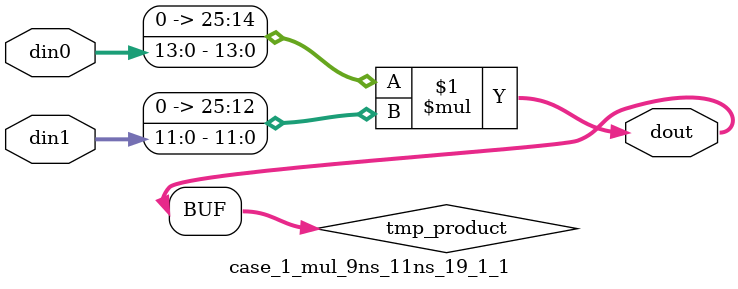
<source format=v>

`timescale 1 ns / 1 ps

 (* use_dsp = "no" *)  module case_1_mul_9ns_11ns_19_1_1(din0, din1, dout);
parameter ID = 1;
parameter NUM_STAGE = 0;
parameter din0_WIDTH = 14;
parameter din1_WIDTH = 12;
parameter dout_WIDTH = 26;

input [din0_WIDTH - 1 : 0] din0; 
input [din1_WIDTH - 1 : 0] din1; 
output [dout_WIDTH - 1 : 0] dout;

wire signed [dout_WIDTH - 1 : 0] tmp_product;
























assign tmp_product = $signed({1'b0, din0}) * $signed({1'b0, din1});











assign dout = tmp_product;





















endmodule

</source>
